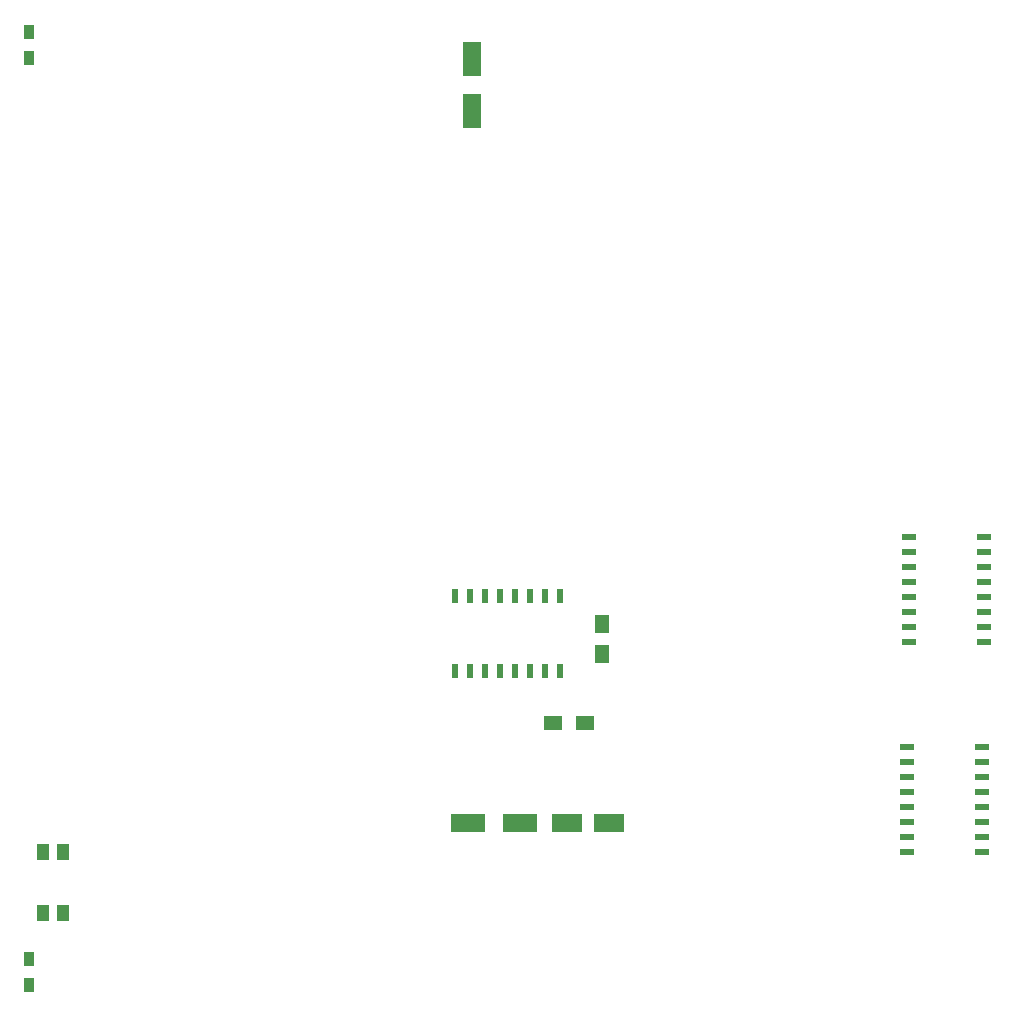
<source format=gtp>
G04 #@! TF.FileFunction,Paste,Top*
%FSLAX46Y46*%
G04 Gerber Fmt 4.6, Leading zero omitted, Abs format (unit mm)*
G04 Created by KiCad (PCBNEW 4.0.6) date 11/13/18 16:30:56*
%MOMM*%
%LPD*%
G01*
G04 APERTURE LIST*
%ADD10C,0.100000*%
%ADD11R,1.143000X0.508000*%
%ADD12R,2.600000X1.600000*%
%ADD13R,3.000000X1.600000*%
%ADD14R,1.600000X3.000000*%
%ADD15R,0.508000X1.143000*%
%ADD16R,1.250000X1.500000*%
%ADD17R,1.500000X1.300000*%
%ADD18R,0.900000X1.200000*%
%ADD19R,1.000000X1.450000*%
G04 APERTURE END LIST*
D10*
D11*
X187175000Y-104555000D03*
X187175000Y-107095000D03*
X187175000Y-108365000D03*
X187175000Y-109635000D03*
X187175000Y-110905000D03*
X187175000Y-112175000D03*
X187175000Y-113445000D03*
X180825000Y-113445000D03*
X180825000Y-112175000D03*
X180825000Y-110905000D03*
X180825000Y-109635000D03*
X180825000Y-108365000D03*
X180825000Y-107095000D03*
X180825000Y-105825000D03*
X180825000Y-104555000D03*
X187175000Y-105825000D03*
D12*
X155600000Y-111000000D03*
X152000000Y-111000000D03*
D13*
X143600000Y-111000000D03*
X148000000Y-111000000D03*
D14*
X144000000Y-46300000D03*
X144000000Y-50700000D03*
D15*
X151445000Y-98175000D03*
X148905000Y-98175000D03*
X147635000Y-98175000D03*
X146365000Y-98175000D03*
X145095000Y-98175000D03*
X143825000Y-98175000D03*
X142555000Y-98175000D03*
X142555000Y-91825000D03*
X143825000Y-91825000D03*
X145095000Y-91825000D03*
X146365000Y-91825000D03*
X147635000Y-91825000D03*
X148905000Y-91825000D03*
X150175000Y-91825000D03*
X151445000Y-91825000D03*
X150175000Y-98175000D03*
D11*
X187325000Y-86780000D03*
X187325000Y-89320000D03*
X187325000Y-90590000D03*
X187325000Y-91860000D03*
X187325000Y-93130000D03*
X187325000Y-94400000D03*
X187325000Y-95670000D03*
X180975000Y-95670000D03*
X180975000Y-94400000D03*
X180975000Y-93130000D03*
X180975000Y-91860000D03*
X180975000Y-90590000D03*
X180975000Y-89320000D03*
X180975000Y-88050000D03*
X180975000Y-86780000D03*
X187325000Y-88050000D03*
D16*
X154954000Y-96688000D03*
X154954000Y-94188000D03*
D17*
X150810000Y-102530000D03*
X153510000Y-102530000D03*
D18*
X106500000Y-124700000D03*
X106500000Y-122500000D03*
X106500000Y-46200000D03*
X106500000Y-44000000D03*
D19*
X109350000Y-113500000D03*
X109350000Y-118650000D03*
X107650000Y-118650000D03*
X107650000Y-113500000D03*
M02*

</source>
